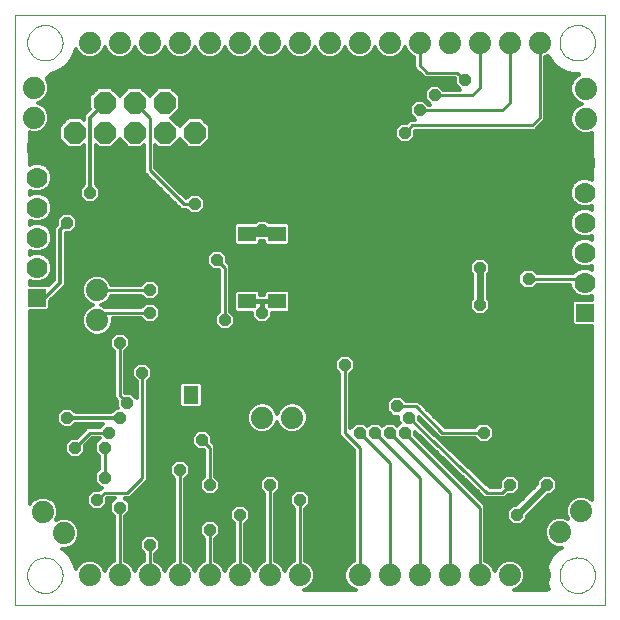
<source format=gbl>
G75*
%MOIN*%
%OFA0B0*%
%FSLAX24Y24*%
%IPPOS*%
%LPD*%
%AMOC8*
5,1,8,0,0,1.08239X$1,22.5*
%
%ADD10C,0.0000*%
%ADD11C,0.0740*%
%ADD12OC8,0.0740*%
%ADD13R,0.0594X0.0594*%
%ADD14C,0.0700*%
%ADD15R,0.0591X0.0512*%
%ADD16R,0.0512X0.0591*%
%ADD17OC8,0.0400*%
%ADD18C,0.0100*%
%ADD19C,0.0240*%
%ADD20C,0.0120*%
%ADD21C,0.0160*%
%ADD22OC8,0.0396*%
D10*
X000603Y000100D02*
X000603Y019785D01*
X020288Y019785D01*
X020288Y000100D01*
X000603Y000100D01*
X001012Y001100D02*
X001014Y001148D01*
X001020Y001196D01*
X001030Y001243D01*
X001043Y001289D01*
X001061Y001334D01*
X001081Y001378D01*
X001106Y001420D01*
X001134Y001459D01*
X001164Y001496D01*
X001198Y001530D01*
X001235Y001562D01*
X001273Y001591D01*
X001314Y001616D01*
X001357Y001638D01*
X001402Y001656D01*
X001448Y001670D01*
X001495Y001681D01*
X001543Y001688D01*
X001591Y001691D01*
X001639Y001690D01*
X001687Y001685D01*
X001735Y001676D01*
X001781Y001664D01*
X001826Y001647D01*
X001870Y001627D01*
X001912Y001604D01*
X001952Y001577D01*
X001990Y001547D01*
X002025Y001514D01*
X002057Y001478D01*
X002087Y001440D01*
X002113Y001399D01*
X002135Y001356D01*
X002155Y001312D01*
X002170Y001267D01*
X002182Y001220D01*
X002190Y001172D01*
X002194Y001124D01*
X002194Y001076D01*
X002190Y001028D01*
X002182Y000980D01*
X002170Y000933D01*
X002155Y000888D01*
X002135Y000844D01*
X002113Y000801D01*
X002087Y000760D01*
X002057Y000722D01*
X002025Y000686D01*
X001990Y000653D01*
X001952Y000623D01*
X001912Y000596D01*
X001870Y000573D01*
X001826Y000553D01*
X001781Y000536D01*
X001735Y000524D01*
X001687Y000515D01*
X001639Y000510D01*
X001591Y000509D01*
X001543Y000512D01*
X001495Y000519D01*
X001448Y000530D01*
X001402Y000544D01*
X001357Y000562D01*
X001314Y000584D01*
X001273Y000609D01*
X001235Y000638D01*
X001198Y000670D01*
X001164Y000704D01*
X001134Y000741D01*
X001106Y000780D01*
X001081Y000822D01*
X001061Y000866D01*
X001043Y000911D01*
X001030Y000957D01*
X001020Y001004D01*
X001014Y001052D01*
X001012Y001100D01*
X001012Y018850D02*
X001014Y018898D01*
X001020Y018946D01*
X001030Y018993D01*
X001043Y019039D01*
X001061Y019084D01*
X001081Y019128D01*
X001106Y019170D01*
X001134Y019209D01*
X001164Y019246D01*
X001198Y019280D01*
X001235Y019312D01*
X001273Y019341D01*
X001314Y019366D01*
X001357Y019388D01*
X001402Y019406D01*
X001448Y019420D01*
X001495Y019431D01*
X001543Y019438D01*
X001591Y019441D01*
X001639Y019440D01*
X001687Y019435D01*
X001735Y019426D01*
X001781Y019414D01*
X001826Y019397D01*
X001870Y019377D01*
X001912Y019354D01*
X001952Y019327D01*
X001990Y019297D01*
X002025Y019264D01*
X002057Y019228D01*
X002087Y019190D01*
X002113Y019149D01*
X002135Y019106D01*
X002155Y019062D01*
X002170Y019017D01*
X002182Y018970D01*
X002190Y018922D01*
X002194Y018874D01*
X002194Y018826D01*
X002190Y018778D01*
X002182Y018730D01*
X002170Y018683D01*
X002155Y018638D01*
X002135Y018594D01*
X002113Y018551D01*
X002087Y018510D01*
X002057Y018472D01*
X002025Y018436D01*
X001990Y018403D01*
X001952Y018373D01*
X001912Y018346D01*
X001870Y018323D01*
X001826Y018303D01*
X001781Y018286D01*
X001735Y018274D01*
X001687Y018265D01*
X001639Y018260D01*
X001591Y018259D01*
X001543Y018262D01*
X001495Y018269D01*
X001448Y018280D01*
X001402Y018294D01*
X001357Y018312D01*
X001314Y018334D01*
X001273Y018359D01*
X001235Y018388D01*
X001198Y018420D01*
X001164Y018454D01*
X001134Y018491D01*
X001106Y018530D01*
X001081Y018572D01*
X001061Y018616D01*
X001043Y018661D01*
X001030Y018707D01*
X001020Y018754D01*
X001014Y018802D01*
X001012Y018850D01*
X018762Y018850D02*
X018764Y018898D01*
X018770Y018946D01*
X018780Y018993D01*
X018793Y019039D01*
X018811Y019084D01*
X018831Y019128D01*
X018856Y019170D01*
X018884Y019209D01*
X018914Y019246D01*
X018948Y019280D01*
X018985Y019312D01*
X019023Y019341D01*
X019064Y019366D01*
X019107Y019388D01*
X019152Y019406D01*
X019198Y019420D01*
X019245Y019431D01*
X019293Y019438D01*
X019341Y019441D01*
X019389Y019440D01*
X019437Y019435D01*
X019485Y019426D01*
X019531Y019414D01*
X019576Y019397D01*
X019620Y019377D01*
X019662Y019354D01*
X019702Y019327D01*
X019740Y019297D01*
X019775Y019264D01*
X019807Y019228D01*
X019837Y019190D01*
X019863Y019149D01*
X019885Y019106D01*
X019905Y019062D01*
X019920Y019017D01*
X019932Y018970D01*
X019940Y018922D01*
X019944Y018874D01*
X019944Y018826D01*
X019940Y018778D01*
X019932Y018730D01*
X019920Y018683D01*
X019905Y018638D01*
X019885Y018594D01*
X019863Y018551D01*
X019837Y018510D01*
X019807Y018472D01*
X019775Y018436D01*
X019740Y018403D01*
X019702Y018373D01*
X019662Y018346D01*
X019620Y018323D01*
X019576Y018303D01*
X019531Y018286D01*
X019485Y018274D01*
X019437Y018265D01*
X019389Y018260D01*
X019341Y018259D01*
X019293Y018262D01*
X019245Y018269D01*
X019198Y018280D01*
X019152Y018294D01*
X019107Y018312D01*
X019064Y018334D01*
X019023Y018359D01*
X018985Y018388D01*
X018948Y018420D01*
X018914Y018454D01*
X018884Y018491D01*
X018856Y018530D01*
X018831Y018572D01*
X018811Y018616D01*
X018793Y018661D01*
X018780Y018707D01*
X018770Y018754D01*
X018764Y018802D01*
X018762Y018850D01*
X018762Y001100D02*
X018764Y001148D01*
X018770Y001196D01*
X018780Y001243D01*
X018793Y001289D01*
X018811Y001334D01*
X018831Y001378D01*
X018856Y001420D01*
X018884Y001459D01*
X018914Y001496D01*
X018948Y001530D01*
X018985Y001562D01*
X019023Y001591D01*
X019064Y001616D01*
X019107Y001638D01*
X019152Y001656D01*
X019198Y001670D01*
X019245Y001681D01*
X019293Y001688D01*
X019341Y001691D01*
X019389Y001690D01*
X019437Y001685D01*
X019485Y001676D01*
X019531Y001664D01*
X019576Y001647D01*
X019620Y001627D01*
X019662Y001604D01*
X019702Y001577D01*
X019740Y001547D01*
X019775Y001514D01*
X019807Y001478D01*
X019837Y001440D01*
X019863Y001399D01*
X019885Y001356D01*
X019905Y001312D01*
X019920Y001267D01*
X019932Y001220D01*
X019940Y001172D01*
X019944Y001124D01*
X019944Y001076D01*
X019940Y001028D01*
X019932Y000980D01*
X019920Y000933D01*
X019905Y000888D01*
X019885Y000844D01*
X019863Y000801D01*
X019837Y000760D01*
X019807Y000722D01*
X019775Y000686D01*
X019740Y000653D01*
X019702Y000623D01*
X019662Y000596D01*
X019620Y000573D01*
X019576Y000553D01*
X019531Y000536D01*
X019485Y000524D01*
X019437Y000515D01*
X019389Y000510D01*
X019341Y000509D01*
X019293Y000512D01*
X019245Y000519D01*
X019198Y000530D01*
X019152Y000544D01*
X019107Y000562D01*
X019064Y000584D01*
X019023Y000609D01*
X018985Y000638D01*
X018948Y000670D01*
X018914Y000704D01*
X018884Y000741D01*
X018856Y000780D01*
X018831Y000822D01*
X018811Y000866D01*
X018793Y000911D01*
X018780Y000957D01*
X018770Y001004D01*
X018764Y001052D01*
X018762Y001100D01*
D11*
X018103Y001100D03*
X017103Y001100D03*
X016103Y001100D03*
X015103Y001100D03*
X014103Y001100D03*
X013103Y001100D03*
X012103Y001100D03*
X011103Y001100D03*
X010103Y001100D03*
X009103Y001100D03*
X008103Y001100D03*
X007103Y001100D03*
X006103Y001100D03*
X005103Y001100D03*
X004103Y001100D03*
X003103Y001100D03*
X002249Y002496D03*
X001542Y003204D03*
X003353Y009600D03*
X003353Y010600D03*
X008853Y006350D03*
X009853Y006350D03*
X018779Y002527D03*
X019486Y003234D03*
X019633Y016320D03*
X019633Y017320D03*
X018103Y018850D03*
X017103Y018850D03*
X016103Y018850D03*
X015103Y018850D03*
X014103Y018850D03*
X013103Y018850D03*
X012103Y018850D03*
X011103Y018850D03*
X010103Y018850D03*
X009103Y018850D03*
X008103Y018850D03*
X007103Y018850D03*
X006103Y018850D03*
X005103Y018850D03*
X004103Y018850D03*
X003103Y018850D03*
X001249Y017350D03*
X001249Y016350D03*
D12*
X002603Y015850D03*
X003603Y015850D03*
X004603Y015850D03*
X005603Y015850D03*
X006603Y015850D03*
X006603Y016850D03*
X005603Y016850D03*
X004603Y016850D03*
X003603Y016850D03*
X002603Y016850D03*
D13*
X001353Y010350D03*
X019603Y009850D03*
D14*
X019603Y010850D03*
X019603Y011850D03*
X019603Y012850D03*
X019603Y013850D03*
X019603Y014850D03*
X001353Y014350D03*
X001353Y013350D03*
X001353Y012350D03*
X001353Y011350D03*
X001353Y015350D03*
D15*
X008353Y012474D03*
X008353Y011726D03*
X008353Y010974D03*
X008353Y010226D03*
X009353Y010226D03*
X009353Y010974D03*
X009353Y011726D03*
X009353Y012474D03*
D16*
X006477Y007100D03*
X005729Y007100D03*
D17*
X004853Y007850D03*
X004353Y006850D03*
X004103Y006350D03*
X003728Y005850D03*
X003603Y005350D03*
X003603Y004350D03*
X003353Y003600D03*
X004103Y003350D03*
X005103Y002100D03*
X007103Y002600D03*
X008103Y003100D03*
X009103Y004100D03*
X010103Y003600D03*
X012103Y005850D03*
X012603Y005850D03*
X013103Y005850D03*
X013603Y005850D03*
X013728Y006350D03*
X013353Y006725D03*
X016228Y005850D03*
X017103Y004100D03*
X017353Y003100D03*
X018353Y004100D03*
X019603Y004725D03*
X016103Y010100D03*
X016103Y011350D03*
X017728Y010975D03*
X013603Y015850D03*
X014103Y016600D03*
X014603Y017100D03*
X015603Y017600D03*
X010853Y013100D03*
X012103Y010600D03*
X008603Y008100D03*
X007103Y010850D03*
X005103Y010600D03*
X005103Y009850D03*
X004103Y008850D03*
X002353Y006350D03*
X002603Y005350D03*
X001853Y004225D03*
X006103Y004600D03*
X007603Y012850D03*
D18*
X006603Y013475D02*
X006228Y013475D01*
X005103Y014600D01*
X005103Y016350D01*
X004603Y016850D01*
X007353Y011600D02*
X007603Y011350D01*
X007603Y009600D01*
X007228Y010850D02*
X007103Y010850D01*
X005103Y010600D02*
X003353Y010600D01*
X003603Y009850D02*
X003353Y009600D01*
X003603Y009850D02*
X005103Y009850D01*
X004103Y008850D02*
X004103Y007100D01*
X004353Y006850D01*
X004853Y007850D02*
X004853Y004350D01*
X004353Y003850D01*
X003603Y003850D01*
X003353Y003600D01*
X003603Y004350D02*
X003603Y005350D01*
X003728Y005850D02*
X003103Y005850D01*
X002603Y005350D01*
X001978Y004225D02*
X001853Y004225D01*
X004103Y003350D02*
X004103Y001100D01*
X005103Y001100D02*
X005103Y002100D01*
X006103Y001100D02*
X006103Y004600D01*
X007103Y004100D02*
X007103Y005350D01*
X006853Y005600D01*
X009103Y004100D02*
X009103Y001100D01*
X010103Y001100D02*
X010103Y003600D01*
X008103Y003100D02*
X008103Y001100D01*
X007103Y001100D02*
X007103Y002600D01*
X011603Y005850D02*
X011603Y008100D01*
X013353Y006725D02*
X013978Y006725D01*
X014853Y005850D01*
X016228Y005850D01*
X017103Y004100D02*
X016853Y003850D01*
X016353Y003850D01*
X013728Y006350D01*
X013603Y005850D02*
X016103Y003350D01*
X016103Y001100D01*
X015103Y001100D02*
X015103Y003850D01*
X013103Y005850D01*
X012603Y005850D02*
X014103Y004350D01*
X014103Y001100D01*
X013103Y001100D02*
X013103Y004850D01*
X012103Y005850D01*
X012103Y005350D02*
X012103Y001100D01*
X012103Y005350D02*
X011603Y005850D01*
X008603Y008100D02*
X008603Y008350D01*
X011853Y010350D02*
X012103Y010600D01*
X010978Y013100D02*
X010853Y013100D01*
X013603Y015850D02*
X013853Y016100D01*
X017853Y016100D01*
X018103Y016350D01*
X018103Y018850D01*
X017103Y018850D02*
X017103Y016850D01*
X016853Y016600D01*
X014103Y016600D01*
X014603Y017100D02*
X015853Y017100D01*
X016103Y017350D01*
X016103Y018850D01*
X015353Y017850D02*
X014353Y017850D01*
X014103Y018100D01*
X014103Y018850D01*
X015353Y017850D02*
X015603Y017600D01*
X017728Y010975D02*
X019478Y010975D01*
X019603Y010850D01*
X019603Y004975D02*
X019603Y004725D01*
D19*
X018353Y004100D02*
X017353Y003100D01*
X016103Y010100D02*
X016103Y011350D01*
D20*
X015866Y011595D02*
X007691Y011595D01*
X007691Y011531D02*
X007691Y011740D01*
X007493Y011938D01*
X007212Y011938D01*
X007014Y011740D01*
X007014Y011460D01*
X007212Y011262D01*
X007413Y011262D01*
X007413Y009888D01*
X007264Y009740D01*
X007264Y009460D01*
X007462Y009262D01*
X007743Y009262D01*
X007941Y009460D01*
X007941Y009740D01*
X007793Y009888D01*
X007793Y011429D01*
X007691Y011531D01*
X007745Y011476D02*
X015763Y011476D01*
X015763Y011491D02*
X015763Y011209D01*
X015843Y011129D01*
X015843Y010321D01*
X015763Y010241D01*
X015763Y009959D01*
X015962Y009760D01*
X016243Y009760D01*
X016443Y009959D01*
X016443Y010241D01*
X016363Y010321D01*
X016363Y011129D01*
X016443Y011209D01*
X016443Y011491D01*
X016243Y011690D01*
X015962Y011690D01*
X015763Y011491D01*
X015763Y011358D02*
X007793Y011358D01*
X007793Y011239D02*
X015763Y011239D01*
X015843Y011121D02*
X007793Y011121D01*
X007793Y011002D02*
X015843Y011002D01*
X015843Y010884D02*
X007793Y010884D01*
X007793Y010765D02*
X015843Y010765D01*
X015843Y010647D02*
X007793Y010647D01*
X007793Y010528D02*
X007917Y010528D01*
X007917Y010540D02*
X007917Y009912D01*
X007999Y009830D01*
X008514Y009830D01*
X008514Y009710D01*
X008712Y009512D01*
X008993Y009512D01*
X009191Y009710D01*
X009191Y009830D01*
X009706Y009830D01*
X009788Y009912D01*
X009788Y010540D01*
X009706Y010622D01*
X008999Y010622D01*
X008917Y010540D01*
X008917Y010446D01*
X008788Y010446D01*
X008788Y010540D01*
X008706Y010622D01*
X007999Y010622D01*
X007917Y010540D01*
X007917Y010410D02*
X007793Y010410D01*
X007793Y010291D02*
X007917Y010291D01*
X007917Y010173D02*
X007793Y010173D01*
X007793Y010054D02*
X007917Y010054D01*
X007917Y009936D02*
X007793Y009936D01*
X007864Y009817D02*
X008514Y009817D01*
X008526Y009699D02*
X007941Y009699D01*
X007941Y009580D02*
X008644Y009580D01*
X009061Y009580D02*
X019166Y009580D01*
X019166Y009495D02*
X019248Y009413D01*
X019828Y009413D01*
X019828Y003614D01*
X019775Y003666D01*
X019588Y003744D01*
X019385Y003744D01*
X019198Y003666D01*
X019054Y003523D01*
X018976Y003335D01*
X018976Y003132D01*
X019044Y002969D01*
X018881Y003037D01*
X018678Y003037D01*
X018490Y002959D01*
X018347Y002816D01*
X018269Y002628D01*
X018269Y002425D01*
X018347Y002238D01*
X018490Y002094D01*
X018678Y002017D01*
X018839Y002017D01*
X018707Y001941D01*
X018512Y001745D01*
X018374Y001505D01*
X018302Y001238D01*
X018302Y000962D01*
X018374Y000695D01*
X018400Y000648D01*
X018353Y000600D01*
X017228Y000600D01*
X017391Y000668D01*
X017535Y000811D01*
X017613Y000999D01*
X017613Y001201D01*
X017535Y001389D01*
X017391Y001532D01*
X017204Y001610D01*
X017001Y001610D01*
X016814Y001532D01*
X016670Y001389D01*
X016603Y001226D01*
X016535Y001389D01*
X016391Y001532D01*
X016293Y001573D01*
X016293Y003429D01*
X016181Y003540D01*
X013943Y005779D01*
X013943Y005883D01*
X016220Y003714D01*
X016274Y003660D01*
X016277Y003660D01*
X016279Y003658D01*
X016355Y003660D01*
X016931Y003660D01*
X017031Y003760D01*
X017243Y003760D01*
X017443Y003959D01*
X017443Y004241D01*
X017243Y004440D01*
X016962Y004440D01*
X016763Y004241D01*
X016763Y004040D01*
X016429Y004040D01*
X014068Y006289D01*
X014068Y006366D01*
X014774Y005660D01*
X015937Y005660D01*
X016087Y005510D01*
X016368Y005510D01*
X016568Y005709D01*
X016568Y005991D01*
X016368Y006190D01*
X016087Y006190D01*
X015937Y006040D01*
X014931Y006040D01*
X014168Y006804D01*
X014056Y006915D01*
X013643Y006915D01*
X013493Y007065D01*
X013212Y007065D01*
X013013Y006866D01*
X013013Y006584D01*
X013212Y006385D01*
X013388Y006385D01*
X013388Y006209D01*
X013434Y006162D01*
X013353Y006081D01*
X013243Y006190D01*
X012962Y006190D01*
X012853Y006081D01*
X012743Y006190D01*
X012462Y006190D01*
X012353Y006081D01*
X012243Y006190D01*
X011962Y006190D01*
X011793Y006021D01*
X011793Y007812D01*
X011941Y007960D01*
X011941Y008240D01*
X011743Y008438D01*
X011462Y008438D01*
X011264Y008240D01*
X011264Y007960D01*
X011413Y007812D01*
X011413Y005771D01*
X011524Y005660D01*
X011913Y005271D01*
X011913Y001573D01*
X011814Y001532D01*
X011670Y001389D01*
X011593Y001201D01*
X011593Y000999D01*
X011670Y000811D01*
X011814Y000668D01*
X011977Y000600D01*
X010228Y000600D01*
X010391Y000668D01*
X010535Y000811D01*
X010613Y000999D01*
X010613Y001201D01*
X010535Y001389D01*
X010391Y001532D01*
X010293Y001573D01*
X010293Y003309D01*
X010443Y003459D01*
X010443Y003741D01*
X010243Y003940D01*
X009962Y003940D01*
X009763Y003741D01*
X009763Y003459D01*
X009913Y003309D01*
X009913Y001573D01*
X009814Y001532D01*
X009670Y001389D01*
X009603Y001226D01*
X009535Y001389D01*
X009391Y001532D01*
X009293Y001573D01*
X009293Y003809D01*
X009443Y003959D01*
X009443Y004241D01*
X009243Y004440D01*
X008962Y004440D01*
X008763Y004241D01*
X008763Y003959D01*
X008913Y003809D01*
X008913Y001573D01*
X008814Y001532D01*
X008670Y001389D01*
X008603Y001226D01*
X008535Y001389D01*
X008391Y001532D01*
X008293Y001573D01*
X008293Y002809D01*
X008443Y002959D01*
X008443Y003241D01*
X008243Y003440D01*
X007962Y003440D01*
X007763Y003241D01*
X007763Y002959D01*
X007913Y002809D01*
X007913Y001573D01*
X007814Y001532D01*
X007670Y001389D01*
X007603Y001226D01*
X007535Y001389D01*
X007391Y001532D01*
X007293Y001573D01*
X007293Y002309D01*
X007443Y002459D01*
X007443Y002741D01*
X007243Y002940D01*
X006962Y002940D01*
X006763Y002741D01*
X006763Y002459D01*
X006913Y002309D01*
X006913Y001573D01*
X006814Y001532D01*
X006670Y001389D01*
X006603Y001226D01*
X006535Y001389D01*
X006391Y001532D01*
X006293Y001573D01*
X006293Y004309D01*
X006443Y004459D01*
X006443Y004741D01*
X006243Y004940D01*
X005962Y004940D01*
X005763Y004741D01*
X005763Y004459D01*
X005913Y004309D01*
X005913Y001573D01*
X005814Y001532D01*
X005670Y001389D01*
X005603Y001226D01*
X005535Y001389D01*
X005391Y001532D01*
X005293Y001573D01*
X005293Y001809D01*
X005443Y001959D01*
X005443Y002241D01*
X005243Y002440D01*
X004962Y002440D01*
X004763Y002241D01*
X004763Y001959D01*
X004913Y001809D01*
X004913Y001573D01*
X004814Y001532D01*
X004670Y001389D01*
X004603Y001226D01*
X004535Y001389D01*
X004391Y001532D01*
X004293Y001573D01*
X004293Y003059D01*
X004443Y003209D01*
X004443Y003491D01*
X004273Y003660D01*
X004431Y003660D01*
X004543Y003771D01*
X004543Y003771D01*
X004931Y004160D01*
X004931Y004160D01*
X005043Y004271D01*
X005043Y007559D01*
X005193Y007709D01*
X005193Y007991D01*
X004993Y008190D01*
X004712Y008190D01*
X004513Y007991D01*
X004513Y007709D01*
X004663Y007559D01*
X004663Y007021D01*
X004493Y007190D01*
X004293Y007190D01*
X004293Y008559D01*
X004443Y008709D01*
X004443Y008991D01*
X004243Y009190D01*
X003962Y009190D01*
X003763Y008991D01*
X003763Y008709D01*
X003913Y008559D01*
X003913Y007021D01*
X004013Y006921D01*
X004013Y006709D01*
X004032Y006690D01*
X003962Y006690D01*
X003822Y006550D01*
X002633Y006550D01*
X002493Y006690D01*
X002212Y006690D01*
X002013Y006491D01*
X002013Y006209D01*
X002212Y006010D01*
X002493Y006010D01*
X002633Y006150D01*
X003547Y006150D01*
X003437Y006040D01*
X003024Y006040D01*
X002674Y005690D01*
X002462Y005690D01*
X002263Y005491D01*
X002263Y005209D01*
X002462Y005010D01*
X002743Y005010D01*
X002943Y005209D01*
X002943Y005421D01*
X003181Y005660D01*
X003432Y005660D01*
X003263Y005491D01*
X003263Y005209D01*
X003413Y005059D01*
X003413Y004641D01*
X003263Y004491D01*
X003263Y004209D01*
X003462Y004010D01*
X003494Y004010D01*
X003424Y003940D01*
X003212Y003940D01*
X003013Y003741D01*
X003013Y003459D01*
X003212Y003260D01*
X003493Y003260D01*
X003693Y003459D01*
X003693Y003660D01*
X003932Y003660D01*
X003763Y003491D01*
X003763Y003209D01*
X003913Y003059D01*
X003913Y001573D01*
X003814Y001532D01*
X003670Y001389D01*
X003603Y001226D01*
X003535Y001389D01*
X003391Y001532D01*
X003204Y001610D01*
X003001Y001610D01*
X002814Y001532D01*
X002670Y001389D01*
X002635Y001305D01*
X002582Y001505D01*
X002443Y001745D01*
X002248Y001941D01*
X002168Y001986D01*
X002350Y001986D01*
X002538Y002064D01*
X002681Y002208D01*
X002759Y002395D01*
X002759Y002598D01*
X002681Y002785D01*
X002538Y002929D01*
X002350Y003006D01*
X002148Y003006D01*
X001984Y002939D01*
X002052Y003102D01*
X002052Y003305D01*
X001974Y003492D01*
X001831Y003636D01*
X001643Y003714D01*
X001440Y003714D01*
X001253Y003636D01*
X001110Y003492D01*
X001103Y003476D01*
X001103Y009913D01*
X001707Y009913D01*
X001789Y009995D01*
X001789Y010254D01*
X002185Y010650D01*
X002303Y010767D01*
X002303Y012512D01*
X002493Y012512D01*
X002691Y012710D01*
X002691Y012990D01*
X002493Y013188D01*
X002212Y013188D01*
X002014Y012990D01*
X002014Y012795D01*
X001903Y012683D01*
X001903Y010933D01*
X001732Y010762D01*
X001707Y010787D01*
X001103Y010787D01*
X001103Y010923D01*
X001255Y010860D01*
X001450Y010860D01*
X001630Y010935D01*
X001768Y011072D01*
X001843Y011253D01*
X001843Y011447D01*
X001768Y011628D01*
X001630Y011765D01*
X001450Y011840D01*
X001255Y011840D01*
X001103Y011777D01*
X001103Y011923D01*
X001255Y011860D01*
X001450Y011860D01*
X001630Y011935D01*
X001768Y012072D01*
X001843Y012253D01*
X001843Y012447D01*
X001768Y012628D01*
X001630Y012765D01*
X001450Y012840D01*
X001255Y012840D01*
X001103Y012777D01*
X001103Y012923D01*
X001255Y012860D01*
X001450Y012860D01*
X001630Y012935D01*
X001768Y013072D01*
X001843Y013253D01*
X001843Y013447D01*
X001768Y013628D01*
X001630Y013765D01*
X001450Y013840D01*
X001255Y013840D01*
X001103Y013777D01*
X001103Y013923D01*
X001255Y013860D01*
X001450Y013860D01*
X001630Y013935D01*
X001768Y014072D01*
X001843Y014253D01*
X001843Y014447D01*
X001768Y014628D01*
X001630Y014765D01*
X001450Y014840D01*
X001255Y014840D01*
X001103Y014777D01*
X001103Y015859D01*
X001148Y015840D01*
X001350Y015840D01*
X001538Y015918D01*
X001681Y016061D01*
X001759Y016249D01*
X001759Y016451D01*
X001681Y016639D01*
X001538Y016782D01*
X001375Y016850D01*
X001538Y016918D01*
X001681Y017061D01*
X001759Y017249D01*
X001759Y017451D01*
X001681Y017639D01*
X001661Y017659D01*
X001824Y017822D01*
X002008Y017871D01*
X002248Y018009D01*
X002443Y018205D01*
X002582Y018445D01*
X002635Y018645D01*
X002670Y018561D01*
X002814Y018418D01*
X003001Y018340D01*
X003204Y018340D01*
X003391Y018418D01*
X003535Y018561D01*
X003603Y018724D01*
X003670Y018561D01*
X003814Y018418D01*
X004001Y018340D01*
X004204Y018340D01*
X004391Y018418D01*
X004535Y018561D01*
X004603Y018724D01*
X004670Y018561D01*
X004814Y018418D01*
X005001Y018340D01*
X005204Y018340D01*
X005391Y018418D01*
X005535Y018561D01*
X005603Y018724D01*
X005670Y018561D01*
X005814Y018418D01*
X006001Y018340D01*
X006204Y018340D01*
X006391Y018418D01*
X006535Y018561D01*
X006603Y018724D01*
X006670Y018561D01*
X006814Y018418D01*
X007001Y018340D01*
X007204Y018340D01*
X007391Y018418D01*
X007535Y018561D01*
X007603Y018724D01*
X007670Y018561D01*
X007814Y018418D01*
X008001Y018340D01*
X008204Y018340D01*
X008391Y018418D01*
X008535Y018561D01*
X008603Y018724D01*
X008670Y018561D01*
X008814Y018418D01*
X009001Y018340D01*
X009204Y018340D01*
X009391Y018418D01*
X009535Y018561D01*
X009603Y018724D01*
X009670Y018561D01*
X009814Y018418D01*
X010001Y018340D01*
X010204Y018340D01*
X010391Y018418D01*
X010535Y018561D01*
X010603Y018724D01*
X010670Y018561D01*
X010814Y018418D01*
X011001Y018340D01*
X011204Y018340D01*
X011391Y018418D01*
X011535Y018561D01*
X011603Y018724D01*
X011670Y018561D01*
X011814Y018418D01*
X012001Y018340D01*
X012204Y018340D01*
X012391Y018418D01*
X012535Y018561D01*
X012603Y018724D01*
X012670Y018561D01*
X012814Y018418D01*
X013001Y018340D01*
X013204Y018340D01*
X013391Y018418D01*
X013535Y018561D01*
X013603Y018724D01*
X013670Y018561D01*
X013814Y018418D01*
X013913Y018377D01*
X013913Y018021D01*
X014024Y017910D01*
X014274Y017660D01*
X015263Y017660D01*
X015263Y017459D01*
X015432Y017290D01*
X014893Y017290D01*
X014743Y017440D01*
X014462Y017440D01*
X014263Y017241D01*
X014263Y016959D01*
X014432Y016790D01*
X014393Y016790D01*
X014243Y016940D01*
X013962Y016940D01*
X013763Y016741D01*
X013763Y016459D01*
X013932Y016290D01*
X013774Y016290D01*
X013674Y016190D01*
X013462Y016190D01*
X013263Y015991D01*
X013263Y015709D01*
X013462Y015510D01*
X013743Y015510D01*
X013943Y015709D01*
X013943Y015910D01*
X017931Y015910D01*
X018181Y016160D01*
X018293Y016271D01*
X018293Y018377D01*
X018390Y018417D01*
X018512Y018205D01*
X018707Y018009D01*
X018947Y017871D01*
X019214Y017799D01*
X019403Y017799D01*
X019419Y017783D01*
X019344Y017752D01*
X019201Y017609D01*
X019123Y017421D01*
X019123Y017218D01*
X019201Y017031D01*
X019344Y016887D01*
X019507Y016820D01*
X019344Y016752D01*
X019201Y016609D01*
X019123Y016421D01*
X019123Y016218D01*
X019201Y016031D01*
X019344Y015887D01*
X019531Y015810D01*
X019734Y015810D01*
X019828Y015848D01*
X019828Y014287D01*
X019700Y014340D01*
X019505Y014340D01*
X019325Y014265D01*
X019187Y014128D01*
X019113Y013947D01*
X019113Y013753D01*
X019187Y013572D01*
X019325Y013435D01*
X019505Y013360D01*
X019700Y013360D01*
X019828Y013413D01*
X019828Y013287D01*
X019700Y013340D01*
X019505Y013340D01*
X019325Y013265D01*
X019187Y013128D01*
X019113Y012947D01*
X019113Y012753D01*
X019187Y012572D01*
X019325Y012435D01*
X019505Y012360D01*
X019700Y012360D01*
X019828Y012413D01*
X019828Y012287D01*
X019700Y012340D01*
X019505Y012340D01*
X019325Y012265D01*
X019187Y012128D01*
X019113Y011947D01*
X019113Y011753D01*
X019187Y011572D01*
X019325Y011435D01*
X019505Y011360D01*
X019700Y011360D01*
X019828Y011413D01*
X019828Y011287D01*
X019700Y011340D01*
X019505Y011340D01*
X019325Y011265D01*
X019225Y011165D01*
X018018Y011165D01*
X017868Y011315D01*
X017587Y011315D01*
X017388Y011116D01*
X017388Y010834D01*
X017587Y010635D01*
X017868Y010635D01*
X018018Y010785D01*
X019113Y010785D01*
X019113Y010753D01*
X019187Y010572D01*
X019325Y010435D01*
X019505Y010360D01*
X019700Y010360D01*
X019828Y010413D01*
X019828Y010287D01*
X019248Y010287D01*
X019166Y010205D01*
X019166Y009495D01*
X019199Y009462D02*
X007941Y009462D01*
X007824Y009343D02*
X019828Y009343D01*
X019828Y009225D02*
X003698Y009225D01*
X003641Y009168D02*
X003785Y009311D01*
X003863Y009499D01*
X003863Y009660D01*
X004812Y009660D01*
X004962Y009510D01*
X005243Y009510D01*
X005443Y009709D01*
X005443Y009991D01*
X005243Y010190D01*
X004962Y010190D01*
X004812Y010040D01*
X003623Y010040D01*
X003478Y010100D01*
X003641Y010168D01*
X003785Y010311D01*
X003826Y010410D01*
X004812Y010410D01*
X004962Y010260D01*
X005243Y010260D01*
X005443Y010459D01*
X005443Y010741D01*
X005243Y010940D01*
X004962Y010940D01*
X004812Y010790D01*
X003826Y010790D01*
X003785Y010889D01*
X003641Y011032D01*
X003454Y011110D01*
X003251Y011110D01*
X003064Y011032D01*
X002920Y010889D01*
X002843Y010701D01*
X002843Y010499D01*
X002920Y010311D01*
X003064Y010168D01*
X003227Y010100D01*
X003064Y010032D01*
X002920Y009889D01*
X002843Y009701D01*
X002843Y009499D01*
X002920Y009311D01*
X003064Y009168D01*
X003251Y009090D01*
X003454Y009090D01*
X003641Y009168D01*
X003493Y009106D02*
X003878Y009106D01*
X003763Y008988D02*
X001103Y008988D01*
X001103Y009106D02*
X003212Y009106D01*
X003007Y009225D02*
X001103Y009225D01*
X001103Y009343D02*
X002907Y009343D01*
X002858Y009462D02*
X001103Y009462D01*
X001103Y009580D02*
X002843Y009580D01*
X002843Y009699D02*
X001103Y009699D01*
X001103Y009817D02*
X002890Y009817D01*
X002967Y009936D02*
X001730Y009936D01*
X001789Y010054D02*
X003116Y010054D01*
X003059Y010173D02*
X001789Y010173D01*
X001826Y010291D02*
X002940Y010291D01*
X002879Y010410D02*
X001945Y010410D01*
X002063Y010528D02*
X002843Y010528D01*
X002843Y010647D02*
X002182Y010647D01*
X002300Y010765D02*
X002869Y010765D01*
X002918Y010884D02*
X002303Y010884D01*
X002303Y011002D02*
X003033Y011002D01*
X002303Y011121D02*
X007413Y011121D01*
X007413Y011239D02*
X002303Y011239D01*
X002303Y011358D02*
X007117Y011358D01*
X007014Y011476D02*
X002303Y011476D01*
X002303Y011595D02*
X007014Y011595D01*
X007014Y011713D02*
X002303Y011713D01*
X002303Y011832D02*
X007106Y011832D01*
X007599Y011832D02*
X019113Y011832D01*
X019114Y011950D02*
X002303Y011950D01*
X002303Y012069D02*
X019163Y012069D01*
X019247Y012187D02*
X009788Y012187D01*
X009788Y012160D02*
X009788Y012788D01*
X009706Y012870D01*
X009061Y012870D01*
X008993Y012938D01*
X008712Y012938D01*
X008644Y012870D01*
X007999Y012870D01*
X007917Y012788D01*
X007917Y012160D01*
X007999Y012078D01*
X008706Y012078D01*
X008788Y012160D01*
X008788Y012254D01*
X008917Y012254D01*
X008917Y012160D01*
X008999Y012078D01*
X009706Y012078D01*
X009788Y012160D01*
X009788Y012306D02*
X019422Y012306D01*
X019351Y012424D02*
X009788Y012424D01*
X009788Y012543D02*
X019217Y012543D01*
X019150Y012661D02*
X009788Y012661D01*
X009788Y012780D02*
X019113Y012780D01*
X019113Y012898D02*
X009033Y012898D01*
X008672Y012898D02*
X002691Y012898D01*
X002691Y012780D02*
X007917Y012780D01*
X007917Y012661D02*
X002642Y012661D01*
X002523Y012543D02*
X007917Y012543D01*
X007917Y012424D02*
X002303Y012424D01*
X002303Y012306D02*
X007917Y012306D01*
X007917Y012187D02*
X002303Y012187D01*
X001903Y012187D02*
X001815Y012187D01*
X001843Y012306D02*
X001903Y012306D01*
X001903Y012424D02*
X001843Y012424D01*
X001803Y012543D02*
X001903Y012543D01*
X001903Y012661D02*
X001734Y012661D01*
X001596Y012780D02*
X001999Y012780D01*
X002014Y012898D02*
X001542Y012898D01*
X001712Y013017D02*
X002041Y013017D01*
X002159Y013135D02*
X001794Y013135D01*
X001843Y013254D02*
X006346Y013254D01*
X006314Y013285D02*
X006462Y013137D01*
X006743Y013137D01*
X006941Y013335D01*
X006941Y013615D01*
X006743Y013813D01*
X006462Y013813D01*
X006314Y013665D01*
X006306Y013665D01*
X005293Y014679D01*
X005293Y015439D01*
X005391Y015340D01*
X005814Y015340D01*
X006103Y015629D01*
X006391Y015340D01*
X006814Y015340D01*
X007113Y015639D01*
X007113Y016061D01*
X006814Y016360D01*
X006391Y016360D01*
X006103Y016071D01*
X005824Y016350D01*
X006113Y016639D01*
X006113Y017061D01*
X005814Y017360D01*
X005391Y017360D01*
X005103Y017071D01*
X004814Y017360D01*
X004391Y017360D01*
X004103Y017071D01*
X003814Y017360D01*
X003391Y017360D01*
X003093Y017061D01*
X003093Y016639D01*
X003101Y016631D01*
X003020Y016550D01*
X002903Y016433D01*
X002903Y016271D01*
X002814Y016360D01*
X002391Y016360D01*
X002093Y016061D01*
X002093Y015639D01*
X002391Y015340D01*
X002814Y015340D01*
X002903Y015429D01*
X002903Y014128D01*
X002764Y013990D01*
X002764Y013710D01*
X002962Y013512D01*
X003243Y013512D01*
X003441Y013710D01*
X003441Y013990D01*
X003303Y014128D01*
X003303Y015429D01*
X003391Y015340D01*
X003814Y015340D01*
X004103Y015629D01*
X004391Y015340D01*
X004814Y015340D01*
X004913Y015439D01*
X004913Y014521D01*
X006149Y013285D01*
X006314Y013285D01*
X006062Y013372D02*
X001843Y013372D01*
X001825Y013491D02*
X005943Y013491D01*
X005825Y013609D02*
X003340Y013609D01*
X003441Y013728D02*
X005706Y013728D01*
X005588Y013846D02*
X003441Y013846D01*
X003441Y013965D02*
X005469Y013965D01*
X005351Y014083D02*
X003348Y014083D01*
X003303Y014202D02*
X005232Y014202D01*
X005114Y014320D02*
X003303Y014320D01*
X003303Y014439D02*
X004995Y014439D01*
X004913Y014557D02*
X003303Y014557D01*
X003303Y014676D02*
X004913Y014676D01*
X004913Y014794D02*
X003303Y014794D01*
X003303Y014913D02*
X004913Y014913D01*
X004913Y015031D02*
X003303Y015031D01*
X003303Y015150D02*
X004913Y015150D01*
X004913Y015268D02*
X003303Y015268D01*
X003303Y015387D02*
X003345Y015387D01*
X002903Y015387D02*
X002860Y015387D01*
X002903Y015268D02*
X001103Y015268D01*
X001103Y015150D02*
X002903Y015150D01*
X002903Y015031D02*
X001103Y015031D01*
X001103Y014913D02*
X002903Y014913D01*
X002903Y014794D02*
X001561Y014794D01*
X001720Y014676D02*
X002903Y014676D01*
X002903Y014557D02*
X001797Y014557D01*
X001843Y014439D02*
X002903Y014439D01*
X002903Y014320D02*
X001843Y014320D01*
X001821Y014202D02*
X002903Y014202D01*
X002857Y014083D02*
X001772Y014083D01*
X001660Y013965D02*
X002764Y013965D01*
X002764Y013846D02*
X001103Y013846D01*
X001668Y013728D02*
X002764Y013728D01*
X002865Y013609D02*
X001776Y013609D01*
X002546Y013135D02*
X019195Y013135D01*
X019141Y013017D02*
X002664Y013017D01*
X002353Y012850D02*
X002103Y012600D01*
X002103Y010850D01*
X001603Y010350D01*
X001353Y010350D01*
X001507Y010884D02*
X001853Y010884D01*
X001903Y011002D02*
X001698Y011002D01*
X001788Y011121D02*
X001903Y011121D01*
X001903Y011239D02*
X001837Y011239D01*
X001843Y011358D02*
X001903Y011358D01*
X001903Y011476D02*
X001831Y011476D01*
X001782Y011595D02*
X001903Y011595D01*
X001903Y011713D02*
X001682Y011713D01*
X001470Y011832D02*
X001903Y011832D01*
X001903Y011950D02*
X001646Y011950D01*
X001764Y012069D02*
X001903Y012069D01*
X001235Y011832D02*
X001103Y011832D01*
X001103Y012780D02*
X001109Y012780D01*
X001103Y012898D02*
X001163Y012898D01*
X001103Y014794D02*
X001144Y014794D01*
X001103Y015387D02*
X002345Y015387D01*
X002226Y015505D02*
X001103Y015505D01*
X001103Y015624D02*
X002108Y015624D01*
X002093Y015742D02*
X001103Y015742D01*
X001400Y015861D02*
X002093Y015861D01*
X002093Y015979D02*
X001599Y015979D01*
X001696Y016098D02*
X002129Y016098D01*
X002247Y016216D02*
X001746Y016216D01*
X001759Y016335D02*
X002366Y016335D01*
X002839Y016335D02*
X002903Y016335D01*
X002923Y016453D02*
X001758Y016453D01*
X001709Y016572D02*
X003041Y016572D01*
X003093Y016690D02*
X001630Y016690D01*
X001475Y016809D02*
X003093Y016809D01*
X003093Y016927D02*
X001547Y016927D01*
X001666Y017046D02*
X003093Y017046D01*
X003195Y017164D02*
X001724Y017164D01*
X001759Y017283D02*
X003314Y017283D01*
X003603Y016850D02*
X003103Y016350D01*
X003103Y013850D01*
X003860Y015387D02*
X004345Y015387D01*
X004226Y015505D02*
X003979Y015505D01*
X004097Y015624D02*
X004108Y015624D01*
X004860Y015387D02*
X004913Y015387D01*
X005293Y015387D02*
X005345Y015387D01*
X005293Y015268D02*
X019828Y015268D01*
X019828Y015150D02*
X005293Y015150D01*
X005293Y015031D02*
X019828Y015031D01*
X019828Y014913D02*
X005293Y014913D01*
X005293Y014794D02*
X019828Y014794D01*
X019828Y014676D02*
X005296Y014676D01*
X005414Y014557D02*
X019828Y014557D01*
X019828Y014439D02*
X005533Y014439D01*
X005651Y014320D02*
X019457Y014320D01*
X019261Y014202D02*
X005770Y014202D01*
X005888Y014083D02*
X019169Y014083D01*
X019120Y013965D02*
X006007Y013965D01*
X006125Y013846D02*
X019113Y013846D01*
X019123Y013728D02*
X006828Y013728D01*
X006941Y013609D02*
X019172Y013609D01*
X019269Y013491D02*
X006941Y013491D01*
X006941Y013372D02*
X019476Y013372D01*
X019313Y013254D02*
X006859Y013254D01*
X006377Y013728D02*
X006244Y013728D01*
X006345Y015387D02*
X005860Y015387D01*
X005979Y015505D02*
X006226Y015505D01*
X006108Y015624D02*
X006097Y015624D01*
X006076Y016098D02*
X006129Y016098D01*
X006247Y016216D02*
X005958Y016216D01*
X005839Y016335D02*
X006366Y016335D01*
X006045Y016572D02*
X013763Y016572D01*
X013763Y016690D02*
X006113Y016690D01*
X006113Y016809D02*
X013830Y016809D01*
X013949Y016927D02*
X006113Y016927D01*
X006113Y017046D02*
X014263Y017046D01*
X014263Y017164D02*
X006010Y017164D01*
X005891Y017283D02*
X014304Y017283D01*
X014423Y017401D02*
X001759Y017401D01*
X001731Y017520D02*
X015263Y017520D01*
X015263Y017638D02*
X001682Y017638D01*
X001759Y017757D02*
X014177Y017757D01*
X014059Y017875D02*
X002015Y017875D01*
X002220Y017994D02*
X013940Y017994D01*
X013913Y018112D02*
X002350Y018112D01*
X002458Y018231D02*
X013913Y018231D01*
X013913Y018349D02*
X013226Y018349D01*
X013441Y018468D02*
X013764Y018468D01*
X013660Y018586D02*
X013545Y018586D01*
X013594Y018705D02*
X013611Y018705D01*
X012979Y018349D02*
X012226Y018349D01*
X011979Y018349D02*
X011226Y018349D01*
X011441Y018468D02*
X011764Y018468D01*
X011660Y018586D02*
X011545Y018586D01*
X011594Y018705D02*
X011611Y018705D01*
X010979Y018349D02*
X010226Y018349D01*
X010441Y018468D02*
X010764Y018468D01*
X010660Y018586D02*
X010545Y018586D01*
X010594Y018705D02*
X010611Y018705D01*
X009979Y018349D02*
X009226Y018349D01*
X009441Y018468D02*
X009764Y018468D01*
X009660Y018586D02*
X009545Y018586D01*
X009594Y018705D02*
X009611Y018705D01*
X008979Y018349D02*
X008226Y018349D01*
X008441Y018468D02*
X008764Y018468D01*
X008660Y018586D02*
X008545Y018586D01*
X008594Y018705D02*
X008611Y018705D01*
X007979Y018349D02*
X007226Y018349D01*
X007441Y018468D02*
X007764Y018468D01*
X007660Y018586D02*
X007545Y018586D01*
X007594Y018705D02*
X007611Y018705D01*
X006979Y018349D02*
X006226Y018349D01*
X006441Y018468D02*
X006764Y018468D01*
X006660Y018586D02*
X006545Y018586D01*
X006594Y018705D02*
X006611Y018705D01*
X005979Y018349D02*
X005226Y018349D01*
X005441Y018468D02*
X005764Y018468D01*
X005660Y018586D02*
X005545Y018586D01*
X005594Y018705D02*
X005611Y018705D01*
X004979Y018349D02*
X004226Y018349D01*
X004441Y018468D02*
X004764Y018468D01*
X004660Y018586D02*
X004545Y018586D01*
X004594Y018705D02*
X004611Y018705D01*
X003979Y018349D02*
X003226Y018349D01*
X003441Y018468D02*
X003764Y018468D01*
X003660Y018586D02*
X003545Y018586D01*
X003594Y018705D02*
X003611Y018705D01*
X002979Y018349D02*
X002526Y018349D01*
X002588Y018468D02*
X002764Y018468D01*
X002660Y018586D02*
X002619Y018586D01*
X003891Y017283D02*
X004314Y017283D01*
X004195Y017164D02*
X004010Y017164D01*
X004891Y017283D02*
X005314Y017283D01*
X005195Y017164D02*
X005010Y017164D01*
X005927Y016453D02*
X013769Y016453D01*
X013887Y016335D02*
X006839Y016335D01*
X006958Y016216D02*
X013700Y016216D01*
X013369Y016098D02*
X007076Y016098D01*
X007113Y015979D02*
X013263Y015979D01*
X013263Y015861D02*
X007113Y015861D01*
X007113Y015742D02*
X013263Y015742D01*
X013348Y015624D02*
X007097Y015624D01*
X006979Y015505D02*
X019828Y015505D01*
X019828Y015387D02*
X006860Y015387D01*
X008788Y012187D02*
X008917Y012187D01*
X007691Y011713D02*
X019129Y011713D01*
X019178Y011595D02*
X016339Y011595D01*
X016443Y011476D02*
X019284Y011476D01*
X019299Y011239D02*
X017944Y011239D01*
X017998Y010765D02*
X019113Y010765D01*
X019156Y010647D02*
X017880Y010647D01*
X017575Y010647D02*
X016363Y010647D01*
X016363Y010765D02*
X017457Y010765D01*
X017388Y010884D02*
X016363Y010884D01*
X016363Y011002D02*
X017388Y011002D01*
X017392Y011121D02*
X016363Y011121D01*
X016443Y011239D02*
X017511Y011239D01*
X016443Y011358D02*
X019828Y011358D01*
X019828Y012306D02*
X019783Y012306D01*
X019828Y013372D02*
X019729Y013372D01*
X019748Y014320D02*
X019828Y014320D01*
X019828Y015624D02*
X013857Y015624D01*
X013943Y015742D02*
X019828Y015742D01*
X019409Y015861D02*
X013943Y015861D01*
X014375Y016809D02*
X014413Y016809D01*
X014295Y016927D02*
X014256Y016927D01*
X014782Y017401D02*
X015321Y017401D01*
X012764Y018468D02*
X012441Y018468D01*
X012545Y018586D02*
X012660Y018586D01*
X012611Y018705D02*
X012594Y018705D01*
X018000Y015979D02*
X019252Y015979D01*
X019173Y016098D02*
X018119Y016098D01*
X018237Y016216D02*
X019124Y016216D01*
X019123Y016335D02*
X018293Y016335D01*
X018293Y016453D02*
X019136Y016453D01*
X019185Y016572D02*
X018293Y016572D01*
X018293Y016690D02*
X019282Y016690D01*
X019480Y016809D02*
X018293Y016809D01*
X018293Y016927D02*
X019304Y016927D01*
X019194Y017046D02*
X018293Y017046D01*
X018293Y017164D02*
X019145Y017164D01*
X019123Y017283D02*
X018293Y017283D01*
X018293Y017401D02*
X019123Y017401D01*
X019164Y017520D02*
X018293Y017520D01*
X018293Y017638D02*
X019230Y017638D01*
X019355Y017757D02*
X018293Y017757D01*
X018293Y017875D02*
X018940Y017875D01*
X018735Y017994D02*
X018293Y017994D01*
X018293Y018112D02*
X018605Y018112D01*
X018497Y018231D02*
X018293Y018231D01*
X018293Y018349D02*
X018429Y018349D01*
X019232Y010528D02*
X016363Y010528D01*
X016363Y010410D02*
X019386Y010410D01*
X019166Y010173D02*
X016443Y010173D01*
X016443Y010054D02*
X019166Y010054D01*
X019166Y009936D02*
X016419Y009936D01*
X016300Y009817D02*
X019166Y009817D01*
X019166Y009699D02*
X009179Y009699D01*
X009191Y009817D02*
X015905Y009817D01*
X015786Y009936D02*
X009788Y009936D01*
X009788Y010054D02*
X015763Y010054D01*
X015763Y010173D02*
X009788Y010173D01*
X009788Y010291D02*
X015813Y010291D01*
X015843Y010410D02*
X009788Y010410D01*
X009788Y010528D02*
X015843Y010528D01*
X016392Y010291D02*
X019828Y010291D01*
X019820Y010410D02*
X019828Y010410D01*
X019828Y009106D02*
X004327Y009106D01*
X004443Y008988D02*
X019828Y008988D01*
X019828Y008869D02*
X004443Y008869D01*
X004443Y008751D02*
X019828Y008751D01*
X019828Y008632D02*
X004365Y008632D01*
X004293Y008514D02*
X019828Y008514D01*
X019828Y008395D02*
X011786Y008395D01*
X011904Y008277D02*
X019828Y008277D01*
X019828Y008158D02*
X011941Y008158D01*
X011941Y008040D02*
X019828Y008040D01*
X019828Y007921D02*
X011902Y007921D01*
X011793Y007803D02*
X019828Y007803D01*
X019828Y007684D02*
X011793Y007684D01*
X011793Y007566D02*
X019828Y007566D01*
X019828Y007447D02*
X011793Y007447D01*
X011793Y007329D02*
X019828Y007329D01*
X019828Y007210D02*
X011793Y007210D01*
X011793Y007092D02*
X019828Y007092D01*
X019828Y006973D02*
X013585Y006973D01*
X013120Y006973D02*
X011793Y006973D01*
X011793Y006855D02*
X013013Y006855D01*
X013013Y006736D02*
X011793Y006736D01*
X011793Y006618D02*
X013013Y006618D01*
X013098Y006499D02*
X011793Y006499D01*
X011793Y006381D02*
X013388Y006381D01*
X013388Y006262D02*
X011793Y006262D01*
X011793Y006144D02*
X011915Y006144D01*
X011797Y006025D02*
X011793Y006025D01*
X011413Y006025D02*
X010249Y006025D01*
X010285Y006061D02*
X010363Y006249D01*
X010363Y006451D01*
X010285Y006639D01*
X010141Y006782D01*
X009954Y006860D01*
X009751Y006860D01*
X009564Y006782D01*
X009420Y006639D01*
X009353Y006476D01*
X009285Y006639D01*
X009141Y006782D01*
X008954Y006860D01*
X008751Y006860D01*
X008564Y006782D01*
X008420Y006639D01*
X008343Y006451D01*
X008343Y006249D01*
X008420Y006061D01*
X008564Y005918D01*
X008751Y005840D01*
X008954Y005840D01*
X009141Y005918D01*
X009285Y006061D01*
X009353Y006224D01*
X009420Y006061D01*
X009564Y005918D01*
X009751Y005840D01*
X009954Y005840D01*
X010141Y005918D01*
X010285Y006061D01*
X010319Y006144D02*
X011413Y006144D01*
X011413Y006262D02*
X010363Y006262D01*
X010363Y006381D02*
X011413Y006381D01*
X011413Y006499D02*
X010343Y006499D01*
X010294Y006618D02*
X011413Y006618D01*
X011413Y006736D02*
X010188Y006736D01*
X009967Y006855D02*
X011413Y006855D01*
X011413Y006973D02*
X006872Y006973D01*
X006872Y006855D02*
X008738Y006855D01*
X008967Y006855D02*
X009738Y006855D01*
X009517Y006736D02*
X009188Y006736D01*
X009294Y006618D02*
X009411Y006618D01*
X009362Y006499D02*
X009343Y006499D01*
X009319Y006144D02*
X009386Y006144D01*
X009456Y006025D02*
X009249Y006025D01*
X009115Y005907D02*
X009591Y005907D01*
X010115Y005907D02*
X011413Y005907D01*
X011413Y005788D02*
X007143Y005788D01*
X007191Y005740D02*
X006993Y005938D01*
X006712Y005938D01*
X006514Y005740D01*
X006514Y005460D01*
X006712Y005262D01*
X006913Y005262D01*
X006913Y004388D01*
X006764Y004240D01*
X006764Y003960D01*
X006962Y003762D01*
X007243Y003762D01*
X007441Y003960D01*
X007441Y004240D01*
X007293Y004388D01*
X007293Y005429D01*
X007191Y005531D01*
X007191Y005740D01*
X007191Y005670D02*
X011514Y005670D01*
X011633Y005551D02*
X007191Y005551D01*
X007289Y005433D02*
X011751Y005433D01*
X011870Y005314D02*
X007293Y005314D01*
X007293Y005196D02*
X011913Y005196D01*
X011913Y005077D02*
X007293Y005077D01*
X007293Y004959D02*
X011913Y004959D01*
X011913Y004840D02*
X007293Y004840D01*
X007293Y004722D02*
X011913Y004722D01*
X011913Y004603D02*
X007293Y004603D01*
X007293Y004485D02*
X011913Y004485D01*
X011913Y004366D02*
X009317Y004366D01*
X009436Y004248D02*
X011913Y004248D01*
X011913Y004129D02*
X009443Y004129D01*
X009443Y004011D02*
X011913Y004011D01*
X011913Y003892D02*
X010291Y003892D01*
X010410Y003774D02*
X011913Y003774D01*
X011913Y003655D02*
X010443Y003655D01*
X010443Y003537D02*
X011913Y003537D01*
X011913Y003418D02*
X010401Y003418D01*
X010293Y003300D02*
X011913Y003300D01*
X011913Y003181D02*
X010293Y003181D01*
X010293Y003063D02*
X011913Y003063D01*
X011913Y002944D02*
X010293Y002944D01*
X010293Y002826D02*
X011913Y002826D01*
X011913Y002707D02*
X010293Y002707D01*
X010293Y002589D02*
X011913Y002589D01*
X011913Y002470D02*
X010293Y002470D01*
X010293Y002352D02*
X011913Y002352D01*
X011913Y002233D02*
X010293Y002233D01*
X010293Y002115D02*
X011913Y002115D01*
X011913Y001996D02*
X010293Y001996D01*
X010293Y001878D02*
X011913Y001878D01*
X011913Y001759D02*
X010293Y001759D01*
X010293Y001641D02*
X011913Y001641D01*
X011803Y001522D02*
X010402Y001522D01*
X010520Y001404D02*
X011685Y001404D01*
X011627Y001285D02*
X010578Y001285D01*
X010613Y001167D02*
X011593Y001167D01*
X011593Y001048D02*
X010613Y001048D01*
X010584Y000930D02*
X011621Y000930D01*
X011670Y000811D02*
X010535Y000811D01*
X010416Y000693D02*
X011789Y000693D01*
X009913Y001641D02*
X009293Y001641D01*
X009293Y001759D02*
X009913Y001759D01*
X009913Y001878D02*
X009293Y001878D01*
X009293Y001996D02*
X009913Y001996D01*
X009913Y002115D02*
X009293Y002115D01*
X009293Y002233D02*
X009913Y002233D01*
X009913Y002352D02*
X009293Y002352D01*
X009293Y002470D02*
X009913Y002470D01*
X009913Y002589D02*
X009293Y002589D01*
X009293Y002707D02*
X009913Y002707D01*
X009913Y002826D02*
X009293Y002826D01*
X009293Y002944D02*
X009913Y002944D01*
X009913Y003063D02*
X009293Y003063D01*
X009293Y003181D02*
X009913Y003181D01*
X009913Y003300D02*
X009293Y003300D01*
X009293Y003418D02*
X009804Y003418D01*
X009763Y003537D02*
X009293Y003537D01*
X009293Y003655D02*
X009763Y003655D01*
X009795Y003774D02*
X009293Y003774D01*
X009375Y003892D02*
X009914Y003892D01*
X008913Y003774D02*
X007254Y003774D01*
X007373Y003892D02*
X008830Y003892D01*
X008763Y004011D02*
X007441Y004011D01*
X007441Y004129D02*
X008763Y004129D01*
X008769Y004248D02*
X007433Y004248D01*
X007315Y004366D02*
X008888Y004366D01*
X008913Y003655D02*
X006293Y003655D01*
X006293Y003537D02*
X008913Y003537D01*
X008913Y003418D02*
X008265Y003418D01*
X008384Y003300D02*
X008913Y003300D01*
X008913Y003181D02*
X008443Y003181D01*
X008443Y003063D02*
X008913Y003063D01*
X008913Y002944D02*
X008427Y002944D01*
X008309Y002826D02*
X008913Y002826D01*
X008913Y002707D02*
X008293Y002707D01*
X008293Y002589D02*
X008913Y002589D01*
X008913Y002470D02*
X008293Y002470D01*
X008293Y002352D02*
X008913Y002352D01*
X008913Y002233D02*
X008293Y002233D01*
X008293Y002115D02*
X008913Y002115D01*
X008913Y001996D02*
X008293Y001996D01*
X008293Y001878D02*
X008913Y001878D01*
X008913Y001759D02*
X008293Y001759D01*
X008293Y001641D02*
X008913Y001641D01*
X008803Y001522D02*
X008402Y001522D01*
X008520Y001404D02*
X008685Y001404D01*
X008627Y001285D02*
X008578Y001285D01*
X007913Y001641D02*
X007293Y001641D01*
X007293Y001759D02*
X007913Y001759D01*
X007913Y001878D02*
X007293Y001878D01*
X007293Y001996D02*
X007913Y001996D01*
X007913Y002115D02*
X007293Y002115D01*
X007293Y002233D02*
X007913Y002233D01*
X007913Y002352D02*
X007335Y002352D01*
X007443Y002470D02*
X007913Y002470D01*
X007913Y002589D02*
X007443Y002589D01*
X007443Y002707D02*
X007913Y002707D01*
X007896Y002826D02*
X007358Y002826D01*
X007778Y002944D02*
X006293Y002944D01*
X006293Y002826D02*
X006847Y002826D01*
X006763Y002707D02*
X006293Y002707D01*
X006293Y002589D02*
X006763Y002589D01*
X006763Y002470D02*
X006293Y002470D01*
X006293Y002352D02*
X006870Y002352D01*
X006913Y002233D02*
X006293Y002233D01*
X006293Y002115D02*
X006913Y002115D01*
X006913Y001996D02*
X006293Y001996D01*
X006293Y001878D02*
X006913Y001878D01*
X006913Y001759D02*
X006293Y001759D01*
X006293Y001641D02*
X006913Y001641D01*
X006803Y001522D02*
X006402Y001522D01*
X006520Y001404D02*
X006685Y001404D01*
X006627Y001285D02*
X006578Y001285D01*
X005913Y001641D02*
X005293Y001641D01*
X005293Y001759D02*
X005913Y001759D01*
X005913Y001878D02*
X005361Y001878D01*
X005443Y001996D02*
X005913Y001996D01*
X005913Y002115D02*
X005443Y002115D01*
X005443Y002233D02*
X005913Y002233D01*
X005913Y002352D02*
X005332Y002352D01*
X004873Y002352D02*
X004293Y002352D01*
X004293Y002470D02*
X005913Y002470D01*
X005913Y002589D02*
X004293Y002589D01*
X004293Y002707D02*
X005913Y002707D01*
X005913Y002826D02*
X004293Y002826D01*
X004293Y002944D02*
X005913Y002944D01*
X005913Y003063D02*
X004296Y003063D01*
X004414Y003181D02*
X005913Y003181D01*
X005913Y003300D02*
X004443Y003300D01*
X004443Y003418D02*
X005913Y003418D01*
X005913Y003537D02*
X004397Y003537D01*
X004278Y003655D02*
X005913Y003655D01*
X005913Y003774D02*
X004545Y003774D01*
X004663Y003892D02*
X005913Y003892D01*
X005913Y004011D02*
X004782Y004011D01*
X004900Y004129D02*
X005913Y004129D01*
X005913Y004248D02*
X005019Y004248D01*
X005043Y004366D02*
X005856Y004366D01*
X005763Y004485D02*
X005043Y004485D01*
X005043Y004603D02*
X005763Y004603D01*
X005763Y004722D02*
X005043Y004722D01*
X005043Y004840D02*
X005862Y004840D01*
X006343Y004840D02*
X006913Y004840D01*
X006913Y004722D02*
X006443Y004722D01*
X006443Y004603D02*
X006913Y004603D01*
X006913Y004485D02*
X006443Y004485D01*
X006349Y004366D02*
X006890Y004366D01*
X006772Y004248D02*
X006293Y004248D01*
X006293Y004129D02*
X006764Y004129D01*
X006764Y004011D02*
X006293Y004011D01*
X006293Y003892D02*
X006832Y003892D01*
X006951Y003774D02*
X006293Y003774D01*
X006293Y003418D02*
X007940Y003418D01*
X007821Y003300D02*
X006293Y003300D01*
X006293Y003181D02*
X007763Y003181D01*
X007763Y003063D02*
X006293Y003063D01*
X004763Y002233D02*
X004293Y002233D01*
X004293Y002115D02*
X004763Y002115D01*
X004763Y001996D02*
X004293Y001996D01*
X004293Y001878D02*
X004844Y001878D01*
X004913Y001759D02*
X004293Y001759D01*
X004293Y001641D02*
X004913Y001641D01*
X004803Y001522D02*
X004402Y001522D01*
X004520Y001404D02*
X004685Y001404D01*
X004627Y001285D02*
X004578Y001285D01*
X003913Y001641D02*
X002504Y001641D01*
X002572Y001522D02*
X002803Y001522D01*
X002685Y001404D02*
X002609Y001404D01*
X002429Y001759D02*
X003913Y001759D01*
X003913Y001878D02*
X002311Y001878D01*
X002374Y001996D02*
X003913Y001996D01*
X003913Y002115D02*
X002588Y002115D01*
X002692Y002233D02*
X003913Y002233D01*
X003913Y002352D02*
X002741Y002352D01*
X002759Y002470D02*
X003913Y002470D01*
X003913Y002589D02*
X002759Y002589D01*
X002714Y002707D02*
X003913Y002707D01*
X003913Y002826D02*
X002641Y002826D01*
X002501Y002944D02*
X003913Y002944D01*
X003909Y003063D02*
X002035Y003063D01*
X002052Y003181D02*
X003791Y003181D01*
X003763Y003300D02*
X003533Y003300D01*
X003651Y003418D02*
X003763Y003418D01*
X003808Y003537D02*
X003693Y003537D01*
X003693Y003655D02*
X003927Y003655D01*
X003461Y004011D02*
X001103Y004011D01*
X001103Y004129D02*
X003343Y004129D01*
X003263Y004248D02*
X001103Y004248D01*
X001103Y004366D02*
X003263Y004366D01*
X003263Y004485D02*
X001103Y004485D01*
X001103Y004603D02*
X003375Y004603D01*
X003413Y004722D02*
X001103Y004722D01*
X001103Y004840D02*
X003413Y004840D01*
X003413Y004959D02*
X001103Y004959D01*
X001103Y005077D02*
X002395Y005077D01*
X002276Y005196D02*
X001103Y005196D01*
X001103Y005314D02*
X002263Y005314D01*
X002263Y005433D02*
X001103Y005433D01*
X001103Y005551D02*
X002323Y005551D01*
X002441Y005670D02*
X001103Y005670D01*
X001103Y005788D02*
X002772Y005788D01*
X002890Y005907D02*
X001103Y005907D01*
X001103Y006025D02*
X002197Y006025D01*
X002078Y006144D02*
X001103Y006144D01*
X001103Y006262D02*
X002013Y006262D01*
X002013Y006381D02*
X001103Y006381D01*
X001103Y006499D02*
X002021Y006499D01*
X002139Y006618D02*
X001103Y006618D01*
X001103Y006736D02*
X004013Y006736D01*
X004013Y006855D02*
X001103Y006855D01*
X001103Y006973D02*
X003961Y006973D01*
X003913Y007092D02*
X001103Y007092D01*
X001103Y007210D02*
X003913Y007210D01*
X003913Y007329D02*
X001103Y007329D01*
X001103Y007447D02*
X003913Y007447D01*
X003913Y007566D02*
X001103Y007566D01*
X001103Y007684D02*
X003913Y007684D01*
X003913Y007803D02*
X001103Y007803D01*
X001103Y007921D02*
X003913Y007921D01*
X003913Y008040D02*
X001103Y008040D01*
X001103Y008158D02*
X003913Y008158D01*
X003913Y008277D02*
X001103Y008277D01*
X001103Y008395D02*
X003913Y008395D01*
X003913Y008514D02*
X001103Y008514D01*
X001103Y008632D02*
X003840Y008632D01*
X003763Y008751D02*
X001103Y008751D01*
X001103Y008869D02*
X003763Y008869D01*
X003798Y009343D02*
X007381Y009343D01*
X007264Y009462D02*
X003847Y009462D01*
X003863Y009580D02*
X004892Y009580D01*
X004826Y010054D02*
X003589Y010054D01*
X003646Y010173D02*
X004944Y010173D01*
X004931Y010291D02*
X003765Y010291D01*
X003826Y010410D02*
X004812Y010410D01*
X005274Y010291D02*
X007413Y010291D01*
X007413Y010173D02*
X005261Y010173D01*
X005379Y010054D02*
X007413Y010054D01*
X007413Y009936D02*
X005443Y009936D01*
X005443Y009817D02*
X007341Y009817D01*
X007264Y009699D02*
X005432Y009699D01*
X005313Y009580D02*
X007264Y009580D01*
X007413Y010410D02*
X005393Y010410D01*
X005443Y010528D02*
X007413Y010528D01*
X007413Y010647D02*
X005443Y010647D01*
X005418Y010765D02*
X007413Y010765D01*
X007413Y010884D02*
X005300Y010884D01*
X004905Y010884D02*
X003787Y010884D01*
X003672Y011002D02*
X007413Y011002D01*
X008788Y010528D02*
X008917Y010528D01*
X011301Y008277D02*
X004293Y008277D01*
X004293Y008395D02*
X011419Y008395D01*
X011264Y008158D02*
X005025Y008158D01*
X005144Y008040D02*
X011264Y008040D01*
X011303Y007921D02*
X005193Y007921D01*
X005193Y007803D02*
X011413Y007803D01*
X011413Y007684D02*
X005167Y007684D01*
X005049Y007566D02*
X011413Y007566D01*
X011413Y007447D02*
X006872Y007447D01*
X006872Y007453D02*
X006790Y007535D01*
X006163Y007535D01*
X006081Y007453D01*
X006081Y006747D01*
X006163Y006665D01*
X006790Y006665D01*
X006872Y006747D01*
X006872Y007453D01*
X006872Y007329D02*
X011413Y007329D01*
X011413Y007210D02*
X006872Y007210D01*
X006872Y007092D02*
X011413Y007092D01*
X012290Y006144D02*
X012415Y006144D01*
X012790Y006144D02*
X012915Y006144D01*
X013290Y006144D02*
X013415Y006144D01*
X013943Y005788D02*
X014042Y005788D01*
X014052Y005670D02*
X014167Y005670D01*
X014170Y005551D02*
X014291Y005551D01*
X014289Y005433D02*
X014415Y005433D01*
X014407Y005314D02*
X014540Y005314D01*
X014526Y005196D02*
X014664Y005196D01*
X014644Y005077D02*
X014789Y005077D01*
X014763Y004959D02*
X014913Y004959D01*
X014881Y004840D02*
X015038Y004840D01*
X015000Y004722D02*
X015162Y004722D01*
X015118Y004603D02*
X015286Y004603D01*
X015237Y004485D02*
X015411Y004485D01*
X015355Y004366D02*
X015535Y004366D01*
X015474Y004248D02*
X015660Y004248D01*
X015592Y004129D02*
X015784Y004129D01*
X015711Y004011D02*
X015909Y004011D01*
X015829Y003892D02*
X016033Y003892D01*
X015948Y003774D02*
X016157Y003774D01*
X016066Y003655D02*
X017540Y003655D01*
X017658Y003774D02*
X017257Y003774D01*
X017375Y003892D02*
X017777Y003892D01*
X017895Y004011D02*
X017443Y004011D01*
X017443Y004129D02*
X018013Y004129D01*
X018013Y004128D02*
X017325Y003440D01*
X017212Y003440D01*
X017013Y003241D01*
X017013Y002959D01*
X017212Y002760D01*
X017493Y002760D01*
X017693Y002959D01*
X017693Y003072D01*
X018380Y003760D01*
X018493Y003760D01*
X018693Y003959D01*
X018693Y004241D01*
X018493Y004440D01*
X018212Y004440D01*
X018013Y004241D01*
X018013Y004128D01*
X018019Y004248D02*
X017436Y004248D01*
X017317Y004366D02*
X018138Y004366D01*
X018567Y004366D02*
X019828Y004366D01*
X019828Y004248D02*
X018686Y004248D01*
X018693Y004129D02*
X019828Y004129D01*
X019828Y004011D02*
X018693Y004011D01*
X018625Y003892D02*
X019828Y003892D01*
X019828Y003774D02*
X018507Y003774D01*
X018275Y003655D02*
X019186Y003655D01*
X019068Y003537D02*
X018157Y003537D01*
X018038Y003418D02*
X019011Y003418D01*
X018976Y003300D02*
X017920Y003300D01*
X017801Y003181D02*
X018976Y003181D01*
X019005Y003063D02*
X017693Y003063D01*
X017677Y002944D02*
X018475Y002944D01*
X018357Y002826D02*
X017559Y002826D01*
X017146Y002826D02*
X016293Y002826D01*
X016293Y002944D02*
X017028Y002944D01*
X017013Y003063D02*
X016293Y003063D01*
X016293Y003181D02*
X017013Y003181D01*
X017071Y003300D02*
X016293Y003300D01*
X016293Y003418D02*
X017190Y003418D01*
X017421Y003537D02*
X016185Y003537D01*
X016335Y004129D02*
X016763Y004129D01*
X016769Y004248D02*
X016211Y004248D01*
X016086Y004366D02*
X016888Y004366D01*
X015962Y004485D02*
X019828Y004485D01*
X019828Y004603D02*
X015837Y004603D01*
X015713Y004722D02*
X019828Y004722D01*
X019828Y004840D02*
X015589Y004840D01*
X015464Y004959D02*
X019828Y004959D01*
X019828Y005077D02*
X015340Y005077D01*
X015215Y005196D02*
X019828Y005196D01*
X019828Y005314D02*
X015091Y005314D01*
X014966Y005433D02*
X019828Y005433D01*
X019828Y005551D02*
X016409Y005551D01*
X016528Y005670D02*
X019828Y005670D01*
X019828Y005788D02*
X016568Y005788D01*
X016568Y005907D02*
X019828Y005907D01*
X019828Y006025D02*
X016533Y006025D01*
X016415Y006144D02*
X019828Y006144D01*
X019828Y006262D02*
X014709Y006262D01*
X014591Y006381D02*
X019828Y006381D01*
X019828Y006499D02*
X014472Y006499D01*
X014354Y006618D02*
X019828Y006618D01*
X019828Y006736D02*
X014235Y006736D01*
X014117Y006855D02*
X019828Y006855D01*
X017853Y009350D02*
X017728Y009350D01*
X016603Y008100D02*
X016603Y007850D01*
X016040Y006144D02*
X014828Y006144D01*
X014527Y005907D02*
X014469Y005907D01*
X014409Y006025D02*
X014344Y006025D01*
X014290Y006144D02*
X014220Y006144D01*
X014172Y006262D02*
X014095Y006262D01*
X014593Y005788D02*
X014646Y005788D01*
X014718Y005670D02*
X014764Y005670D01*
X014842Y005551D02*
X016046Y005551D01*
X016293Y002707D02*
X018302Y002707D01*
X018269Y002589D02*
X016293Y002589D01*
X016293Y002470D02*
X018269Y002470D01*
X018300Y002352D02*
X016293Y002352D01*
X016293Y002233D02*
X018352Y002233D01*
X018470Y002115D02*
X016293Y002115D01*
X016293Y001996D02*
X018803Y001996D01*
X018644Y001878D02*
X016293Y001878D01*
X016293Y001759D02*
X018526Y001759D01*
X018452Y001641D02*
X016293Y001641D01*
X016402Y001522D02*
X016803Y001522D01*
X016685Y001404D02*
X016520Y001404D01*
X016578Y001285D02*
X016627Y001285D01*
X017402Y001522D02*
X018383Y001522D01*
X018346Y001404D02*
X017520Y001404D01*
X017578Y001285D02*
X018315Y001285D01*
X018302Y001167D02*
X017613Y001167D01*
X017613Y001048D02*
X018302Y001048D01*
X018311Y000930D02*
X017584Y000930D01*
X017535Y000811D02*
X018342Y000811D01*
X018375Y000693D02*
X017416Y000693D01*
X019787Y003655D02*
X019828Y003655D01*
X009803Y001522D02*
X009402Y001522D01*
X009520Y001404D02*
X009685Y001404D01*
X009627Y001285D02*
X009578Y001285D01*
X007803Y001522D02*
X007402Y001522D01*
X007520Y001404D02*
X007685Y001404D01*
X007627Y001285D02*
X007578Y001285D01*
X005803Y001522D02*
X005402Y001522D01*
X005520Y001404D02*
X005685Y001404D01*
X005627Y001285D02*
X005578Y001285D01*
X003803Y001522D02*
X003402Y001522D01*
X003520Y001404D02*
X003685Y001404D01*
X003627Y001285D02*
X003578Y001285D01*
X001997Y002944D02*
X001986Y002944D01*
X002052Y003300D02*
X003172Y003300D01*
X003054Y003418D02*
X002005Y003418D01*
X001930Y003537D02*
X003013Y003537D01*
X003013Y003655D02*
X001785Y003655D01*
X001299Y003655D02*
X001103Y003655D01*
X001103Y003537D02*
X001154Y003537D01*
X001103Y003774D02*
X003045Y003774D01*
X003164Y003892D02*
X001103Y003892D01*
X002810Y005077D02*
X003395Y005077D01*
X003276Y005196D02*
X002929Y005196D01*
X002943Y005314D02*
X003263Y005314D01*
X003263Y005433D02*
X002954Y005433D01*
X003072Y005551D02*
X003323Y005551D01*
X003009Y006025D02*
X002508Y006025D01*
X002627Y006144D02*
X003540Y006144D01*
X003889Y006618D02*
X002566Y006618D01*
X002353Y006350D02*
X004103Y006350D01*
X004592Y007092D02*
X004663Y007092D01*
X004663Y007210D02*
X004293Y007210D01*
X004293Y007329D02*
X004663Y007329D01*
X004663Y007447D02*
X004293Y007447D01*
X004293Y007566D02*
X004656Y007566D01*
X004538Y007684D02*
X004293Y007684D01*
X004293Y007803D02*
X004513Y007803D01*
X004513Y007921D02*
X004293Y007921D01*
X004293Y008040D02*
X004561Y008040D01*
X004680Y008158D02*
X004293Y008158D01*
X005043Y007447D02*
X006081Y007447D01*
X006081Y007329D02*
X005043Y007329D01*
X005043Y007210D02*
X006081Y007210D01*
X006081Y007092D02*
X005043Y007092D01*
X005043Y006973D02*
X006081Y006973D01*
X006081Y006855D02*
X005043Y006855D01*
X005043Y006736D02*
X006091Y006736D01*
X006477Y007100D02*
X006478Y007100D01*
X006862Y006736D02*
X008517Y006736D01*
X008411Y006618D02*
X005043Y006618D01*
X005043Y006499D02*
X008362Y006499D01*
X008343Y006381D02*
X005043Y006381D01*
X005043Y006262D02*
X008343Y006262D01*
X008386Y006144D02*
X005043Y006144D01*
X005043Y006025D02*
X008456Y006025D01*
X008591Y005907D02*
X007024Y005907D01*
X006681Y005907D02*
X005043Y005907D01*
X005043Y005788D02*
X006562Y005788D01*
X006514Y005670D02*
X005043Y005670D01*
X005043Y005551D02*
X006514Y005551D01*
X006542Y005433D02*
X005043Y005433D01*
X005043Y005314D02*
X006660Y005314D01*
X006913Y005196D02*
X005043Y005196D01*
X005043Y005077D02*
X006913Y005077D01*
X006913Y004959D02*
X005043Y004959D01*
X001735Y010765D02*
X001729Y010765D01*
X001198Y010884D02*
X001103Y010884D01*
D21*
X003103Y008100D02*
X003353Y008225D01*
X003478Y008350D01*
X008353Y010226D02*
X008853Y010226D01*
X008853Y009850D01*
X008853Y010226D02*
X009353Y010226D01*
X009353Y012474D02*
X008853Y012474D01*
X008853Y012600D01*
X008853Y012474D02*
X008353Y012474D01*
D22*
X008853Y012600D03*
X007353Y011600D03*
X006603Y013475D03*
X003103Y013850D03*
X002353Y012850D03*
X003103Y008100D03*
X006478Y007100D03*
X006853Y005600D03*
X007103Y004100D03*
X011603Y008100D03*
X008853Y009850D03*
X007603Y009600D03*
X016603Y008100D03*
X017728Y009350D03*
M02*

</source>
